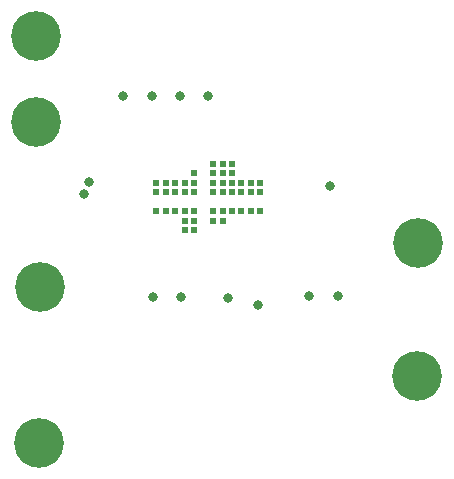
<source format=gbs>
G04*
G04 #@! TF.GenerationSoftware,Altium Limited,Altium Designer,23.3.1 (30)*
G04*
G04 Layer_Color=16711935*
%FSLAX44Y44*%
%MOMM*%
G71*
G04*
G04 #@! TF.SameCoordinates,88914B4D-56C6-40B9-BAF4-16A5A3F371A8*
G04*
G04*
G04 #@! TF.FilePolarity,Negative*
G04*
G01*
G75*
%ADD18C,4.2032*%
%ADD19C,0.8032*%
%ADD20C,0.6032*%
D18*
X449250Y104750D02*
D03*
X449950Y217500D02*
D03*
X129450Y180750D02*
D03*
X126250Y320000D02*
D03*
X126000Y392750D02*
D03*
X128500Y48500D02*
D03*
D19*
X314500Y164750D02*
D03*
X289250Y170750D02*
D03*
X171250Y269000D02*
D03*
X167000Y259500D02*
D03*
X375250Y266250D02*
D03*
X200250Y342500D02*
D03*
X224250Y342500D02*
D03*
X248250Y342500D02*
D03*
X272250D02*
D03*
X225000Y171500D02*
D03*
X249000D02*
D03*
X357750Y172750D02*
D03*
X381750D02*
D03*
D20*
X292250Y276500D02*
D03*
Y284500D02*
D03*
X276250Y260500D02*
D03*
Y268500D02*
D03*
X316250D02*
D03*
X308250D02*
D03*
X316250Y260500D02*
D03*
X308250D02*
D03*
X284250Y284500D02*
D03*
X276250D02*
D03*
X284250Y276500D02*
D03*
X276250D02*
D03*
X300250Y268500D02*
D03*
X292250D02*
D03*
X284250D02*
D03*
X300250Y260500D02*
D03*
X292250D02*
D03*
X284250D02*
D03*
X316250Y244500D02*
D03*
X308250D02*
D03*
X300250D02*
D03*
X292250D02*
D03*
X284250D02*
D03*
X276250D02*
D03*
X284250Y236500D02*
D03*
X276250D02*
D03*
X260250Y228500D02*
D03*
X252250D02*
D03*
X260250Y236500D02*
D03*
X252250D02*
D03*
X260250Y244500D02*
D03*
X252250D02*
D03*
X260250Y260500D02*
D03*
X252250D02*
D03*
Y268500D02*
D03*
X260250D02*
D03*
Y276500D02*
D03*
X244250Y244500D02*
D03*
X236250D02*
D03*
X244250Y260500D02*
D03*
X236250D02*
D03*
X244250Y268500D02*
D03*
X236250D02*
D03*
X228250Y244500D02*
D03*
Y268500D02*
D03*
Y260500D02*
D03*
M02*

</source>
